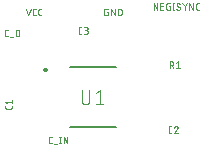
<source format=gto>
G04 EAGLE Gerber RS-274X export*
G75*
%MOMM*%
%FSLAX34Y34*%
%LPD*%
%INTop Silkscreen*%
%IPPOS*%
%AMOC8*
5,1,8,0,0,1.08239X$1,22.5*%
G01*
%ADD10C,0.050800*%
%ADD11C,0.200000*%
%ADD12C,0.127000*%
%ADD13C,0.101600*%


D10*
X132334Y122174D02*
X132334Y127762D01*
X135438Y122174D01*
X135438Y127762D01*
X138197Y122174D02*
X140681Y122174D01*
X138197Y122174D02*
X138197Y127762D01*
X140681Y127762D01*
X140060Y125278D02*
X138197Y125278D01*
X145114Y125278D02*
X146045Y125278D01*
X146045Y122174D01*
X144183Y122174D01*
X144113Y122176D01*
X144044Y122182D01*
X143975Y122192D01*
X143907Y122205D01*
X143839Y122223D01*
X143773Y122244D01*
X143708Y122269D01*
X143644Y122297D01*
X143582Y122329D01*
X143522Y122364D01*
X143464Y122403D01*
X143409Y122445D01*
X143355Y122490D01*
X143305Y122538D01*
X143257Y122588D01*
X143212Y122642D01*
X143170Y122697D01*
X143131Y122755D01*
X143096Y122815D01*
X143064Y122877D01*
X143036Y122941D01*
X143011Y123006D01*
X142990Y123072D01*
X142972Y123140D01*
X142959Y123208D01*
X142949Y123277D01*
X142943Y123346D01*
X142941Y123416D01*
X142941Y126520D01*
X142943Y126590D01*
X142949Y126659D01*
X142959Y126728D01*
X142972Y126796D01*
X142990Y126864D01*
X143011Y126930D01*
X143036Y126995D01*
X143064Y127059D01*
X143096Y127121D01*
X143131Y127181D01*
X143170Y127239D01*
X143212Y127294D01*
X143257Y127348D01*
X143305Y127398D01*
X143355Y127446D01*
X143409Y127491D01*
X143464Y127533D01*
X143522Y127572D01*
X143582Y127607D01*
X143644Y127639D01*
X143708Y127667D01*
X143773Y127692D01*
X143839Y127713D01*
X143907Y127731D01*
X143975Y127744D01*
X144044Y127754D01*
X144113Y127760D01*
X144183Y127762D01*
X146045Y127762D01*
X149065Y127762D02*
X149065Y122174D01*
X148444Y122174D02*
X149686Y122174D01*
X149686Y127762D02*
X148444Y127762D01*
X153582Y122174D02*
X153652Y122176D01*
X153721Y122182D01*
X153790Y122192D01*
X153858Y122205D01*
X153926Y122223D01*
X153992Y122244D01*
X154057Y122269D01*
X154121Y122297D01*
X154183Y122329D01*
X154243Y122364D01*
X154301Y122403D01*
X154356Y122445D01*
X154410Y122490D01*
X154460Y122538D01*
X154508Y122588D01*
X154553Y122642D01*
X154595Y122697D01*
X154634Y122755D01*
X154669Y122815D01*
X154701Y122877D01*
X154729Y122941D01*
X154754Y123006D01*
X154775Y123072D01*
X154793Y123140D01*
X154806Y123208D01*
X154816Y123277D01*
X154822Y123346D01*
X154824Y123416D01*
X153582Y122174D02*
X153483Y122176D01*
X153385Y122181D01*
X153287Y122191D01*
X153189Y122204D01*
X153092Y122220D01*
X152995Y122240D01*
X152900Y122264D01*
X152805Y122292D01*
X152711Y122323D01*
X152619Y122357D01*
X152528Y122395D01*
X152438Y122436D01*
X152350Y122481D01*
X152264Y122529D01*
X152180Y122580D01*
X152098Y122634D01*
X152017Y122692D01*
X151939Y122752D01*
X151864Y122815D01*
X151790Y122881D01*
X151720Y122950D01*
X151874Y126520D02*
X151876Y126590D01*
X151882Y126659D01*
X151892Y126728D01*
X151905Y126796D01*
X151923Y126864D01*
X151944Y126930D01*
X151969Y126995D01*
X151997Y127059D01*
X152029Y127121D01*
X152064Y127181D01*
X152103Y127239D01*
X152145Y127294D01*
X152190Y127348D01*
X152238Y127398D01*
X152288Y127446D01*
X152342Y127491D01*
X152397Y127533D01*
X152455Y127572D01*
X152515Y127607D01*
X152577Y127639D01*
X152641Y127667D01*
X152706Y127692D01*
X152772Y127713D01*
X152840Y127731D01*
X152908Y127744D01*
X152977Y127754D01*
X153046Y127760D01*
X153116Y127762D01*
X153210Y127760D01*
X153303Y127754D01*
X153396Y127745D01*
X153489Y127732D01*
X153581Y127715D01*
X153672Y127695D01*
X153763Y127670D01*
X153852Y127643D01*
X153940Y127611D01*
X154027Y127576D01*
X154113Y127538D01*
X154196Y127496D01*
X154278Y127451D01*
X154359Y127403D01*
X154437Y127351D01*
X154513Y127296D01*
X152496Y125434D02*
X152437Y125470D01*
X152381Y125510D01*
X152327Y125553D01*
X152275Y125598D01*
X152226Y125647D01*
X152180Y125698D01*
X152137Y125751D01*
X152096Y125807D01*
X152059Y125865D01*
X152024Y125925D01*
X151994Y125986D01*
X151966Y126049D01*
X151942Y126114D01*
X151922Y126180D01*
X151905Y126247D01*
X151892Y126314D01*
X151883Y126382D01*
X151877Y126451D01*
X151875Y126520D01*
X154202Y124502D02*
X154261Y124466D01*
X154317Y124426D01*
X154371Y124383D01*
X154423Y124338D01*
X154472Y124289D01*
X154518Y124238D01*
X154561Y124185D01*
X154602Y124129D01*
X154639Y124071D01*
X154674Y124011D01*
X154704Y123950D01*
X154732Y123887D01*
X154756Y123822D01*
X154776Y123756D01*
X154793Y123689D01*
X154806Y123622D01*
X154815Y123554D01*
X154821Y123485D01*
X154823Y123416D01*
X154203Y124502D02*
X152495Y125434D01*
X156712Y127762D02*
X158575Y125123D01*
X160438Y127762D01*
X158575Y125123D02*
X158575Y122174D01*
X162692Y122174D02*
X162692Y127762D01*
X165796Y122174D01*
X165796Y127762D01*
X169587Y122174D02*
X170828Y122174D01*
X169587Y122174D02*
X169517Y122176D01*
X169448Y122182D01*
X169379Y122192D01*
X169311Y122205D01*
X169243Y122223D01*
X169177Y122244D01*
X169112Y122269D01*
X169048Y122297D01*
X168986Y122329D01*
X168926Y122364D01*
X168868Y122403D01*
X168813Y122445D01*
X168759Y122490D01*
X168709Y122538D01*
X168661Y122588D01*
X168616Y122642D01*
X168574Y122697D01*
X168535Y122755D01*
X168500Y122815D01*
X168468Y122877D01*
X168440Y122941D01*
X168415Y123006D01*
X168394Y123072D01*
X168376Y123140D01*
X168363Y123208D01*
X168353Y123277D01*
X168347Y123346D01*
X168345Y123416D01*
X168345Y126520D01*
X168347Y126590D01*
X168353Y126659D01*
X168363Y126728D01*
X168376Y126796D01*
X168394Y126864D01*
X168415Y126930D01*
X168440Y126995D01*
X168468Y127059D01*
X168500Y127121D01*
X168535Y127181D01*
X168574Y127239D01*
X168616Y127294D01*
X168661Y127348D01*
X168709Y127398D01*
X168759Y127446D01*
X168813Y127491D01*
X168868Y127533D01*
X168926Y127572D01*
X168986Y127607D01*
X169048Y127639D01*
X169112Y127667D01*
X169177Y127692D01*
X169243Y127713D01*
X169311Y127731D01*
X169379Y127744D01*
X169448Y127754D01*
X169517Y127760D01*
X169587Y127762D01*
X170828Y127762D01*
X12446Y40838D02*
X12446Y39596D01*
X12444Y39526D01*
X12438Y39457D01*
X12428Y39388D01*
X12415Y39320D01*
X12397Y39252D01*
X12376Y39186D01*
X12351Y39121D01*
X12323Y39057D01*
X12291Y38995D01*
X12256Y38935D01*
X12217Y38877D01*
X12175Y38822D01*
X12130Y38768D01*
X12082Y38718D01*
X12032Y38670D01*
X11978Y38625D01*
X11923Y38583D01*
X11865Y38544D01*
X11805Y38509D01*
X11743Y38477D01*
X11679Y38449D01*
X11614Y38424D01*
X11548Y38403D01*
X11480Y38385D01*
X11412Y38372D01*
X11343Y38362D01*
X11274Y38356D01*
X11204Y38354D01*
X8100Y38354D01*
X8030Y38356D01*
X7961Y38362D01*
X7892Y38372D01*
X7824Y38385D01*
X7756Y38403D01*
X7690Y38424D01*
X7625Y38449D01*
X7561Y38477D01*
X7499Y38509D01*
X7439Y38544D01*
X7381Y38583D01*
X7326Y38625D01*
X7272Y38670D01*
X7222Y38718D01*
X7174Y38768D01*
X7129Y38822D01*
X7087Y38877D01*
X7048Y38935D01*
X7013Y38995D01*
X6981Y39057D01*
X6953Y39121D01*
X6928Y39186D01*
X6907Y39252D01*
X6889Y39320D01*
X6876Y39388D01*
X6866Y39457D01*
X6860Y39526D01*
X6858Y39596D01*
X6858Y40838D01*
X8100Y42942D02*
X6858Y44494D01*
X12446Y44494D01*
X12446Y42942D02*
X12446Y46047D01*
X146276Y18034D02*
X147518Y18034D01*
X146276Y18034D02*
X146206Y18036D01*
X146137Y18042D01*
X146068Y18052D01*
X146000Y18065D01*
X145932Y18083D01*
X145866Y18104D01*
X145801Y18129D01*
X145737Y18157D01*
X145675Y18189D01*
X145615Y18224D01*
X145557Y18263D01*
X145502Y18305D01*
X145448Y18350D01*
X145398Y18398D01*
X145350Y18448D01*
X145305Y18502D01*
X145263Y18557D01*
X145224Y18615D01*
X145189Y18675D01*
X145157Y18737D01*
X145129Y18801D01*
X145104Y18866D01*
X145083Y18932D01*
X145065Y19000D01*
X145052Y19068D01*
X145042Y19137D01*
X145036Y19206D01*
X145034Y19276D01*
X145034Y22380D01*
X145036Y22450D01*
X145042Y22519D01*
X145052Y22588D01*
X145065Y22656D01*
X145083Y22724D01*
X145104Y22790D01*
X145129Y22855D01*
X145157Y22919D01*
X145189Y22981D01*
X145224Y23041D01*
X145263Y23099D01*
X145305Y23154D01*
X145350Y23208D01*
X145398Y23258D01*
X145448Y23306D01*
X145502Y23351D01*
X145557Y23393D01*
X145615Y23432D01*
X145675Y23467D01*
X145737Y23499D01*
X145801Y23527D01*
X145866Y23552D01*
X145932Y23573D01*
X146000Y23591D01*
X146068Y23604D01*
X146137Y23614D01*
X146206Y23620D01*
X146276Y23622D01*
X147518Y23622D01*
X151330Y23622D02*
X151403Y23620D01*
X151476Y23614D01*
X151549Y23605D01*
X151620Y23591D01*
X151692Y23574D01*
X151762Y23554D01*
X151831Y23529D01*
X151898Y23501D01*
X151964Y23470D01*
X152029Y23435D01*
X152091Y23397D01*
X152151Y23355D01*
X152209Y23311D01*
X152265Y23263D01*
X152318Y23213D01*
X152368Y23160D01*
X152416Y23104D01*
X152460Y23046D01*
X152502Y22986D01*
X152540Y22924D01*
X152575Y22859D01*
X152606Y22793D01*
X152634Y22726D01*
X152659Y22657D01*
X152679Y22587D01*
X152696Y22515D01*
X152710Y22444D01*
X152719Y22371D01*
X152725Y22298D01*
X152727Y22225D01*
X151330Y23622D02*
X151246Y23620D01*
X151163Y23614D01*
X151080Y23605D01*
X150998Y23591D01*
X150916Y23574D01*
X150835Y23552D01*
X150755Y23527D01*
X150677Y23499D01*
X150599Y23467D01*
X150524Y23431D01*
X150450Y23392D01*
X150378Y23349D01*
X150308Y23303D01*
X150241Y23254D01*
X150175Y23201D01*
X150113Y23146D01*
X150053Y23088D01*
X149995Y23027D01*
X149941Y22964D01*
X149889Y22898D01*
X149841Y22830D01*
X149796Y22759D01*
X149754Y22687D01*
X149716Y22612D01*
X149681Y22536D01*
X149650Y22459D01*
X149622Y22380D01*
X152260Y21139D02*
X152314Y21192D01*
X152365Y21249D01*
X152413Y21308D01*
X152458Y21369D01*
X152499Y21432D01*
X152538Y21498D01*
X152573Y21565D01*
X152605Y21634D01*
X152633Y21705D01*
X152657Y21776D01*
X152678Y21849D01*
X152695Y21923D01*
X152709Y21998D01*
X152718Y22073D01*
X152724Y22149D01*
X152726Y22225D01*
X152261Y21138D02*
X149622Y18034D01*
X152727Y18034D01*
X71318Y101854D02*
X70076Y101854D01*
X70006Y101856D01*
X69937Y101862D01*
X69868Y101872D01*
X69800Y101885D01*
X69732Y101903D01*
X69666Y101924D01*
X69601Y101949D01*
X69537Y101977D01*
X69475Y102009D01*
X69415Y102044D01*
X69357Y102083D01*
X69302Y102125D01*
X69248Y102170D01*
X69198Y102218D01*
X69150Y102268D01*
X69105Y102322D01*
X69063Y102377D01*
X69024Y102435D01*
X68989Y102495D01*
X68957Y102557D01*
X68929Y102621D01*
X68904Y102686D01*
X68883Y102752D01*
X68865Y102820D01*
X68852Y102888D01*
X68842Y102957D01*
X68836Y103026D01*
X68834Y103096D01*
X68834Y106200D01*
X68836Y106270D01*
X68842Y106339D01*
X68852Y106408D01*
X68865Y106476D01*
X68883Y106544D01*
X68904Y106610D01*
X68929Y106675D01*
X68957Y106739D01*
X68989Y106801D01*
X69024Y106861D01*
X69063Y106919D01*
X69105Y106974D01*
X69150Y107028D01*
X69198Y107078D01*
X69248Y107126D01*
X69302Y107171D01*
X69357Y107213D01*
X69415Y107252D01*
X69475Y107287D01*
X69537Y107319D01*
X69601Y107347D01*
X69666Y107372D01*
X69732Y107393D01*
X69800Y107411D01*
X69868Y107424D01*
X69937Y107434D01*
X70006Y107440D01*
X70076Y107442D01*
X71318Y107442D01*
X73422Y101854D02*
X74974Y101854D01*
X75051Y101856D01*
X75129Y101862D01*
X75205Y101871D01*
X75282Y101885D01*
X75357Y101902D01*
X75431Y101923D01*
X75505Y101948D01*
X75577Y101976D01*
X75647Y102008D01*
X75716Y102043D01*
X75783Y102082D01*
X75848Y102124D01*
X75911Y102169D01*
X75972Y102217D01*
X76030Y102268D01*
X76085Y102322D01*
X76138Y102379D01*
X76187Y102438D01*
X76234Y102500D01*
X76278Y102564D01*
X76318Y102630D01*
X76355Y102698D01*
X76389Y102768D01*
X76419Y102839D01*
X76445Y102912D01*
X76468Y102986D01*
X76487Y103061D01*
X76502Y103136D01*
X76514Y103213D01*
X76522Y103290D01*
X76526Y103367D01*
X76526Y103445D01*
X76522Y103522D01*
X76514Y103599D01*
X76502Y103676D01*
X76487Y103751D01*
X76468Y103826D01*
X76445Y103900D01*
X76419Y103973D01*
X76389Y104044D01*
X76355Y104114D01*
X76318Y104182D01*
X76278Y104248D01*
X76234Y104312D01*
X76187Y104374D01*
X76138Y104433D01*
X76085Y104490D01*
X76030Y104544D01*
X75972Y104595D01*
X75911Y104643D01*
X75848Y104688D01*
X75783Y104730D01*
X75716Y104769D01*
X75647Y104804D01*
X75577Y104836D01*
X75505Y104864D01*
X75431Y104889D01*
X75357Y104910D01*
X75282Y104927D01*
X75205Y104941D01*
X75129Y104950D01*
X75051Y104956D01*
X74974Y104958D01*
X75285Y107442D02*
X73422Y107442D01*
X75285Y107442D02*
X75355Y107440D01*
X75424Y107434D01*
X75493Y107424D01*
X75561Y107411D01*
X75629Y107393D01*
X75695Y107372D01*
X75760Y107347D01*
X75824Y107319D01*
X75886Y107287D01*
X75946Y107252D01*
X76004Y107213D01*
X76059Y107171D01*
X76113Y107126D01*
X76163Y107078D01*
X76211Y107028D01*
X76256Y106974D01*
X76298Y106919D01*
X76337Y106861D01*
X76372Y106801D01*
X76404Y106739D01*
X76432Y106675D01*
X76457Y106610D01*
X76478Y106544D01*
X76496Y106476D01*
X76509Y106408D01*
X76519Y106339D01*
X76525Y106270D01*
X76527Y106200D01*
X76525Y106130D01*
X76519Y106061D01*
X76509Y105992D01*
X76496Y105924D01*
X76478Y105856D01*
X76457Y105790D01*
X76432Y105725D01*
X76404Y105661D01*
X76372Y105599D01*
X76337Y105539D01*
X76298Y105481D01*
X76256Y105426D01*
X76211Y105372D01*
X76163Y105322D01*
X76113Y105274D01*
X76059Y105229D01*
X76004Y105187D01*
X75946Y105148D01*
X75886Y105113D01*
X75824Y105081D01*
X75760Y105053D01*
X75695Y105028D01*
X75629Y105007D01*
X75561Y104989D01*
X75493Y104976D01*
X75424Y104966D01*
X75355Y104960D01*
X75285Y104958D01*
X74043Y104958D01*
X46233Y9018D02*
X44991Y9018D01*
X44921Y9020D01*
X44852Y9026D01*
X44783Y9036D01*
X44715Y9049D01*
X44647Y9067D01*
X44581Y9088D01*
X44516Y9113D01*
X44452Y9141D01*
X44390Y9173D01*
X44330Y9208D01*
X44272Y9247D01*
X44217Y9289D01*
X44163Y9334D01*
X44113Y9382D01*
X44065Y9432D01*
X44020Y9486D01*
X43978Y9541D01*
X43939Y9599D01*
X43904Y9659D01*
X43872Y9721D01*
X43844Y9785D01*
X43819Y9850D01*
X43798Y9916D01*
X43780Y9984D01*
X43767Y10052D01*
X43757Y10121D01*
X43751Y10190D01*
X43749Y10260D01*
X43750Y10260D02*
X43750Y13364D01*
X43749Y13364D02*
X43751Y13434D01*
X43757Y13503D01*
X43767Y13572D01*
X43780Y13640D01*
X43798Y13708D01*
X43819Y13774D01*
X43844Y13839D01*
X43872Y13903D01*
X43904Y13965D01*
X43939Y14025D01*
X43978Y14083D01*
X44020Y14138D01*
X44065Y14192D01*
X44113Y14242D01*
X44163Y14290D01*
X44217Y14335D01*
X44272Y14377D01*
X44330Y14416D01*
X44390Y14451D01*
X44452Y14483D01*
X44516Y14511D01*
X44581Y14536D01*
X44647Y14557D01*
X44715Y14575D01*
X44783Y14588D01*
X44852Y14598D01*
X44921Y14604D01*
X44991Y14606D01*
X46233Y14606D01*
X48100Y8397D02*
X50583Y8397D01*
X53182Y9018D02*
X53182Y14606D01*
X52561Y9018D02*
X53803Y9018D01*
X53803Y14606D02*
X52561Y14606D01*
X56202Y14606D02*
X56202Y9018D01*
X59306Y9018D02*
X56202Y14606D01*
X59306Y14606D02*
X59306Y9018D01*
X9218Y99694D02*
X7976Y99694D01*
X7906Y99696D01*
X7837Y99702D01*
X7768Y99712D01*
X7700Y99725D01*
X7632Y99743D01*
X7566Y99764D01*
X7501Y99789D01*
X7437Y99817D01*
X7375Y99849D01*
X7315Y99884D01*
X7257Y99923D01*
X7202Y99965D01*
X7148Y100010D01*
X7098Y100058D01*
X7050Y100108D01*
X7005Y100162D01*
X6963Y100217D01*
X6924Y100275D01*
X6889Y100335D01*
X6857Y100397D01*
X6829Y100461D01*
X6804Y100526D01*
X6783Y100592D01*
X6765Y100660D01*
X6752Y100728D01*
X6742Y100797D01*
X6736Y100866D01*
X6734Y100936D01*
X6734Y104040D01*
X6736Y104110D01*
X6742Y104179D01*
X6752Y104248D01*
X6765Y104316D01*
X6783Y104384D01*
X6804Y104450D01*
X6829Y104515D01*
X6857Y104579D01*
X6889Y104641D01*
X6924Y104701D01*
X6963Y104759D01*
X7005Y104814D01*
X7050Y104868D01*
X7098Y104918D01*
X7148Y104966D01*
X7202Y105011D01*
X7257Y105053D01*
X7315Y105092D01*
X7375Y105127D01*
X7437Y105159D01*
X7501Y105187D01*
X7566Y105212D01*
X7632Y105233D01*
X7700Y105251D01*
X7768Y105264D01*
X7837Y105274D01*
X7906Y105280D01*
X7976Y105282D01*
X9218Y105282D01*
X11084Y99073D02*
X13568Y99073D01*
X15711Y101246D02*
X15711Y103730D01*
X15712Y103730D02*
X15714Y103807D01*
X15720Y103885D01*
X15729Y103961D01*
X15743Y104038D01*
X15760Y104113D01*
X15781Y104187D01*
X15806Y104261D01*
X15834Y104333D01*
X15866Y104403D01*
X15901Y104472D01*
X15940Y104539D01*
X15982Y104604D01*
X16027Y104667D01*
X16075Y104728D01*
X16126Y104786D01*
X16180Y104841D01*
X16237Y104894D01*
X16296Y104943D01*
X16358Y104990D01*
X16422Y105034D01*
X16488Y105074D01*
X16556Y105111D01*
X16626Y105145D01*
X16697Y105175D01*
X16770Y105201D01*
X16844Y105224D01*
X16919Y105243D01*
X16994Y105258D01*
X17071Y105270D01*
X17148Y105278D01*
X17225Y105282D01*
X17303Y105282D01*
X17380Y105278D01*
X17457Y105270D01*
X17534Y105258D01*
X17609Y105243D01*
X17684Y105224D01*
X17758Y105201D01*
X17831Y105175D01*
X17902Y105145D01*
X17972Y105111D01*
X18040Y105074D01*
X18106Y105034D01*
X18170Y104990D01*
X18232Y104943D01*
X18291Y104894D01*
X18348Y104841D01*
X18402Y104786D01*
X18453Y104728D01*
X18501Y104667D01*
X18546Y104604D01*
X18588Y104539D01*
X18627Y104472D01*
X18662Y104403D01*
X18694Y104333D01*
X18722Y104261D01*
X18747Y104187D01*
X18768Y104113D01*
X18785Y104038D01*
X18799Y103961D01*
X18808Y103885D01*
X18814Y103807D01*
X18816Y103730D01*
X18816Y101246D01*
X18814Y101169D01*
X18808Y101091D01*
X18799Y101015D01*
X18785Y100938D01*
X18768Y100863D01*
X18747Y100789D01*
X18722Y100715D01*
X18694Y100643D01*
X18662Y100573D01*
X18627Y100504D01*
X18588Y100437D01*
X18546Y100372D01*
X18501Y100309D01*
X18453Y100248D01*
X18402Y100190D01*
X18348Y100135D01*
X18291Y100082D01*
X18232Y100033D01*
X18170Y99986D01*
X18106Y99942D01*
X18040Y99902D01*
X17972Y99865D01*
X17902Y99831D01*
X17831Y99801D01*
X17758Y99775D01*
X17684Y99752D01*
X17609Y99733D01*
X17534Y99718D01*
X17457Y99706D01*
X17380Y99698D01*
X17303Y99694D01*
X17225Y99694D01*
X17148Y99698D01*
X17071Y99706D01*
X16994Y99718D01*
X16919Y99733D01*
X16844Y99752D01*
X16770Y99775D01*
X16697Y99801D01*
X16626Y99831D01*
X16556Y99865D01*
X16488Y99902D01*
X16422Y99942D01*
X16358Y99986D01*
X16296Y100033D01*
X16237Y100082D01*
X16180Y100135D01*
X16126Y100190D01*
X16075Y100248D01*
X16027Y100309D01*
X15982Y100372D01*
X15940Y100437D01*
X15901Y100504D01*
X15866Y100573D01*
X15834Y100643D01*
X15806Y100715D01*
X15781Y100789D01*
X15760Y100863D01*
X15743Y100938D01*
X15729Y101015D01*
X15720Y101091D01*
X15714Y101169D01*
X15712Y101246D01*
X92727Y120578D02*
X93658Y120578D01*
X93658Y117474D01*
X91796Y117474D01*
X91726Y117476D01*
X91657Y117482D01*
X91588Y117492D01*
X91520Y117505D01*
X91452Y117523D01*
X91386Y117544D01*
X91321Y117569D01*
X91257Y117597D01*
X91195Y117629D01*
X91135Y117664D01*
X91077Y117703D01*
X91022Y117745D01*
X90968Y117790D01*
X90918Y117838D01*
X90870Y117888D01*
X90825Y117942D01*
X90783Y117997D01*
X90744Y118055D01*
X90709Y118115D01*
X90677Y118177D01*
X90649Y118241D01*
X90624Y118306D01*
X90603Y118372D01*
X90585Y118440D01*
X90572Y118508D01*
X90562Y118577D01*
X90556Y118646D01*
X90554Y118716D01*
X90554Y121820D01*
X90556Y121890D01*
X90562Y121959D01*
X90572Y122028D01*
X90585Y122096D01*
X90603Y122164D01*
X90624Y122230D01*
X90649Y122295D01*
X90677Y122359D01*
X90709Y122421D01*
X90744Y122481D01*
X90783Y122539D01*
X90825Y122594D01*
X90870Y122648D01*
X90918Y122698D01*
X90968Y122746D01*
X91022Y122791D01*
X91077Y122833D01*
X91135Y122872D01*
X91195Y122907D01*
X91257Y122939D01*
X91321Y122967D01*
X91386Y122992D01*
X91452Y123013D01*
X91520Y123031D01*
X91588Y123044D01*
X91657Y123054D01*
X91726Y123060D01*
X91796Y123062D01*
X93658Y123062D01*
X96406Y123062D02*
X96406Y117474D01*
X99511Y117474D02*
X96406Y123062D01*
X99511Y123062D02*
X99511Y117474D01*
X102258Y117474D02*
X102258Y123062D01*
X103810Y123062D01*
X103886Y123060D01*
X103962Y123055D01*
X104038Y123045D01*
X104113Y123032D01*
X104187Y123015D01*
X104261Y122995D01*
X104333Y122971D01*
X104404Y122944D01*
X104474Y122913D01*
X104542Y122879D01*
X104608Y122841D01*
X104672Y122800D01*
X104735Y122757D01*
X104795Y122710D01*
X104852Y122660D01*
X104907Y122607D01*
X104960Y122552D01*
X105010Y122495D01*
X105057Y122435D01*
X105100Y122372D01*
X105141Y122308D01*
X105179Y122242D01*
X105213Y122174D01*
X105244Y122104D01*
X105271Y122033D01*
X105295Y121960D01*
X105315Y121887D01*
X105332Y121813D01*
X105345Y121738D01*
X105355Y121662D01*
X105360Y121586D01*
X105362Y121510D01*
X105363Y121510D02*
X105363Y119026D01*
X105362Y119026D02*
X105360Y118947D01*
X105354Y118869D01*
X105344Y118791D01*
X105330Y118714D01*
X105312Y118637D01*
X105291Y118561D01*
X105265Y118487D01*
X105236Y118414D01*
X105203Y118343D01*
X105167Y118273D01*
X105127Y118205D01*
X105084Y118139D01*
X105037Y118076D01*
X104988Y118015D01*
X104935Y117957D01*
X104879Y117901D01*
X104821Y117848D01*
X104760Y117799D01*
X104697Y117752D01*
X104631Y117709D01*
X104563Y117669D01*
X104494Y117633D01*
X104422Y117600D01*
X104349Y117571D01*
X104275Y117545D01*
X104199Y117524D01*
X104122Y117506D01*
X104045Y117492D01*
X103967Y117482D01*
X103889Y117476D01*
X103810Y117474D01*
X102258Y117474D01*
X146131Y78486D02*
X146131Y72898D01*
X146131Y78486D02*
X147684Y78486D01*
X147761Y78484D01*
X147839Y78478D01*
X147915Y78469D01*
X147992Y78455D01*
X148067Y78438D01*
X148141Y78417D01*
X148215Y78392D01*
X148287Y78364D01*
X148357Y78332D01*
X148426Y78297D01*
X148493Y78258D01*
X148558Y78216D01*
X148621Y78171D01*
X148682Y78123D01*
X148740Y78072D01*
X148795Y78018D01*
X148848Y77961D01*
X148897Y77902D01*
X148944Y77840D01*
X148988Y77776D01*
X149028Y77710D01*
X149065Y77642D01*
X149099Y77572D01*
X149129Y77501D01*
X149155Y77428D01*
X149178Y77354D01*
X149197Y77279D01*
X149212Y77204D01*
X149224Y77127D01*
X149232Y77050D01*
X149236Y76973D01*
X149236Y76895D01*
X149232Y76818D01*
X149224Y76741D01*
X149212Y76664D01*
X149197Y76589D01*
X149178Y76514D01*
X149155Y76440D01*
X149129Y76367D01*
X149099Y76296D01*
X149065Y76226D01*
X149028Y76158D01*
X148988Y76092D01*
X148944Y76028D01*
X148897Y75966D01*
X148848Y75907D01*
X148795Y75850D01*
X148740Y75796D01*
X148682Y75745D01*
X148621Y75697D01*
X148558Y75652D01*
X148493Y75610D01*
X148426Y75571D01*
X148357Y75536D01*
X148287Y75504D01*
X148215Y75476D01*
X148141Y75451D01*
X148067Y75430D01*
X147992Y75413D01*
X147915Y75399D01*
X147839Y75390D01*
X147761Y75384D01*
X147684Y75382D01*
X146131Y75382D01*
X147994Y75382D02*
X149236Y72898D01*
X151582Y77244D02*
X153134Y78486D01*
X153134Y72898D01*
X151582Y72898D02*
X154686Y72898D01*
D11*
X39880Y71310D02*
X39882Y71373D01*
X39888Y71435D01*
X39898Y71497D01*
X39911Y71559D01*
X39929Y71619D01*
X39950Y71678D01*
X39975Y71736D01*
X40004Y71792D01*
X40036Y71846D01*
X40071Y71898D01*
X40109Y71947D01*
X40151Y71995D01*
X40195Y72039D01*
X40243Y72081D01*
X40292Y72119D01*
X40344Y72154D01*
X40398Y72186D01*
X40454Y72215D01*
X40512Y72240D01*
X40571Y72261D01*
X40631Y72279D01*
X40693Y72292D01*
X40755Y72302D01*
X40817Y72308D01*
X40880Y72310D01*
X40943Y72308D01*
X41005Y72302D01*
X41067Y72292D01*
X41129Y72279D01*
X41189Y72261D01*
X41248Y72240D01*
X41306Y72215D01*
X41362Y72186D01*
X41416Y72154D01*
X41468Y72119D01*
X41517Y72081D01*
X41565Y72039D01*
X41609Y71995D01*
X41651Y71947D01*
X41689Y71898D01*
X41724Y71846D01*
X41756Y71792D01*
X41785Y71736D01*
X41810Y71678D01*
X41831Y71619D01*
X41849Y71559D01*
X41862Y71497D01*
X41872Y71435D01*
X41878Y71373D01*
X41880Y71310D01*
X41878Y71247D01*
X41872Y71185D01*
X41862Y71123D01*
X41849Y71061D01*
X41831Y71001D01*
X41810Y70942D01*
X41785Y70884D01*
X41756Y70828D01*
X41724Y70774D01*
X41689Y70722D01*
X41651Y70673D01*
X41609Y70625D01*
X41565Y70581D01*
X41517Y70539D01*
X41468Y70501D01*
X41416Y70466D01*
X41362Y70434D01*
X41306Y70405D01*
X41248Y70380D01*
X41189Y70359D01*
X41129Y70341D01*
X41067Y70328D01*
X41005Y70318D01*
X40943Y70312D01*
X40880Y70310D01*
X40817Y70312D01*
X40755Y70318D01*
X40693Y70328D01*
X40631Y70341D01*
X40571Y70359D01*
X40512Y70380D01*
X40454Y70405D01*
X40398Y70434D01*
X40344Y70466D01*
X40292Y70501D01*
X40243Y70539D01*
X40195Y70581D01*
X40151Y70625D01*
X40109Y70673D01*
X40071Y70722D01*
X40036Y70774D01*
X40004Y70828D01*
X39975Y70884D01*
X39950Y70942D01*
X39929Y71001D01*
X39911Y71061D01*
X39898Y71123D01*
X39888Y71185D01*
X39882Y71247D01*
X39880Y71310D01*
D12*
X61780Y73510D02*
X100780Y73510D01*
X100780Y23010D02*
X61780Y23010D01*
D13*
X71588Y45474D02*
X71588Y53912D01*
X71588Y45474D02*
X71590Y45361D01*
X71596Y45248D01*
X71606Y45135D01*
X71620Y45022D01*
X71637Y44910D01*
X71659Y44799D01*
X71684Y44689D01*
X71714Y44579D01*
X71747Y44471D01*
X71784Y44364D01*
X71824Y44258D01*
X71869Y44154D01*
X71917Y44051D01*
X71968Y43950D01*
X72023Y43851D01*
X72081Y43754D01*
X72143Y43659D01*
X72208Y43566D01*
X72276Y43476D01*
X72347Y43388D01*
X72422Y43302D01*
X72499Y43219D01*
X72579Y43139D01*
X72662Y43062D01*
X72748Y42987D01*
X72836Y42916D01*
X72926Y42848D01*
X73019Y42783D01*
X73114Y42721D01*
X73211Y42663D01*
X73310Y42608D01*
X73411Y42557D01*
X73514Y42509D01*
X73618Y42464D01*
X73724Y42424D01*
X73831Y42387D01*
X73939Y42354D01*
X74049Y42324D01*
X74159Y42299D01*
X74270Y42277D01*
X74382Y42260D01*
X74495Y42246D01*
X74608Y42236D01*
X74721Y42230D01*
X74834Y42228D01*
X74947Y42230D01*
X75060Y42236D01*
X75173Y42246D01*
X75286Y42260D01*
X75398Y42277D01*
X75509Y42299D01*
X75619Y42324D01*
X75729Y42354D01*
X75837Y42387D01*
X75944Y42424D01*
X76050Y42464D01*
X76154Y42509D01*
X76257Y42557D01*
X76358Y42608D01*
X76457Y42663D01*
X76554Y42721D01*
X76649Y42783D01*
X76742Y42848D01*
X76832Y42916D01*
X76920Y42987D01*
X77006Y43062D01*
X77089Y43139D01*
X77169Y43219D01*
X77246Y43302D01*
X77321Y43388D01*
X77392Y43476D01*
X77460Y43566D01*
X77525Y43659D01*
X77587Y43754D01*
X77645Y43851D01*
X77700Y43950D01*
X77751Y44051D01*
X77799Y44154D01*
X77844Y44258D01*
X77884Y44364D01*
X77921Y44471D01*
X77954Y44579D01*
X77984Y44689D01*
X78009Y44799D01*
X78031Y44910D01*
X78048Y45022D01*
X78062Y45135D01*
X78072Y45248D01*
X78078Y45361D01*
X78080Y45474D01*
X78079Y45474D02*
X78079Y53912D01*
X83399Y51316D02*
X86645Y53912D01*
X86645Y42228D01*
X89890Y42228D02*
X83399Y42228D01*
D10*
X26377Y117474D02*
X24514Y123062D01*
X28239Y123062D02*
X26377Y117474D01*
X31536Y117474D02*
X32778Y117474D01*
X31536Y117474D02*
X31466Y117476D01*
X31397Y117482D01*
X31328Y117492D01*
X31260Y117505D01*
X31192Y117523D01*
X31126Y117544D01*
X31061Y117569D01*
X30997Y117597D01*
X30935Y117629D01*
X30875Y117664D01*
X30817Y117703D01*
X30762Y117745D01*
X30708Y117790D01*
X30658Y117838D01*
X30610Y117888D01*
X30565Y117942D01*
X30523Y117997D01*
X30484Y118055D01*
X30449Y118115D01*
X30417Y118177D01*
X30389Y118241D01*
X30364Y118306D01*
X30343Y118372D01*
X30325Y118440D01*
X30312Y118508D01*
X30302Y118577D01*
X30296Y118646D01*
X30294Y118716D01*
X30295Y118716D02*
X30295Y121820D01*
X30294Y121820D02*
X30296Y121890D01*
X30302Y121959D01*
X30312Y122028D01*
X30325Y122096D01*
X30343Y122164D01*
X30364Y122230D01*
X30389Y122295D01*
X30417Y122359D01*
X30449Y122421D01*
X30484Y122481D01*
X30523Y122539D01*
X30565Y122594D01*
X30610Y122648D01*
X30658Y122698D01*
X30708Y122746D01*
X30762Y122791D01*
X30817Y122833D01*
X30875Y122872D01*
X30935Y122907D01*
X30997Y122939D01*
X31061Y122967D01*
X31126Y122992D01*
X31192Y123013D01*
X31260Y123031D01*
X31328Y123044D01*
X31397Y123054D01*
X31466Y123060D01*
X31536Y123062D01*
X32778Y123062D01*
X36108Y117474D02*
X37350Y117474D01*
X36108Y117474D02*
X36038Y117476D01*
X35969Y117482D01*
X35900Y117492D01*
X35832Y117505D01*
X35764Y117523D01*
X35698Y117544D01*
X35633Y117569D01*
X35569Y117597D01*
X35507Y117629D01*
X35447Y117664D01*
X35389Y117703D01*
X35334Y117745D01*
X35280Y117790D01*
X35230Y117838D01*
X35182Y117888D01*
X35137Y117942D01*
X35095Y117997D01*
X35056Y118055D01*
X35021Y118115D01*
X34989Y118177D01*
X34961Y118241D01*
X34936Y118306D01*
X34915Y118372D01*
X34897Y118440D01*
X34884Y118508D01*
X34874Y118577D01*
X34868Y118646D01*
X34866Y118716D01*
X34866Y121820D01*
X34868Y121890D01*
X34874Y121959D01*
X34884Y122028D01*
X34897Y122096D01*
X34915Y122164D01*
X34936Y122230D01*
X34961Y122295D01*
X34989Y122359D01*
X35021Y122421D01*
X35056Y122481D01*
X35095Y122539D01*
X35137Y122594D01*
X35182Y122648D01*
X35230Y122698D01*
X35280Y122746D01*
X35334Y122791D01*
X35389Y122833D01*
X35447Y122872D01*
X35507Y122907D01*
X35569Y122939D01*
X35633Y122967D01*
X35698Y122992D01*
X35764Y123013D01*
X35832Y123031D01*
X35900Y123044D01*
X35969Y123054D01*
X36038Y123060D01*
X36108Y123062D01*
X37350Y123062D01*
M02*

</source>
